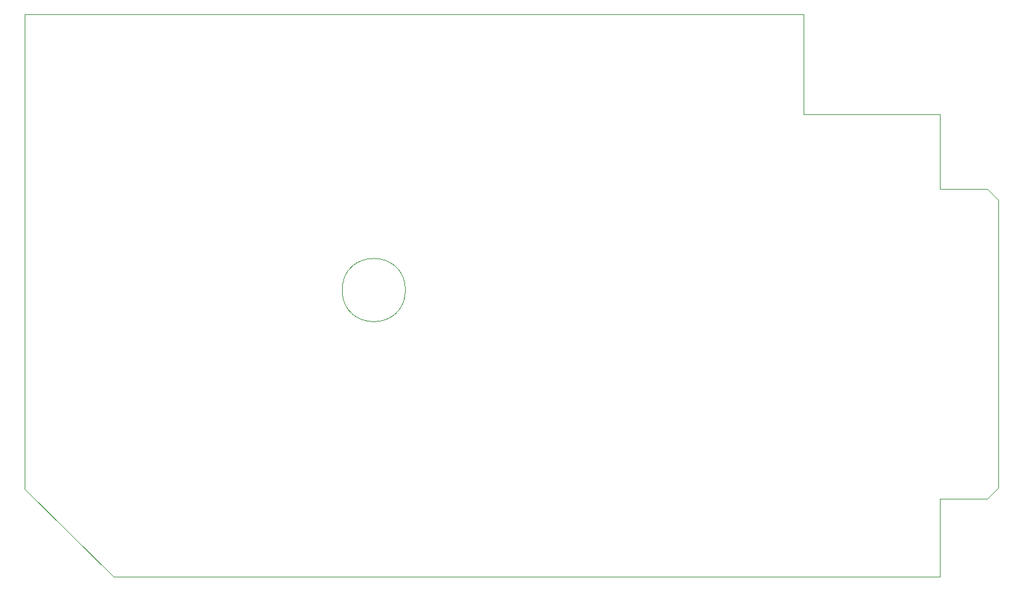
<source format=gm1>
G04 #@! TF.GenerationSoftware,KiCad,Pcbnew,(6.0.0)*
G04 #@! TF.CreationDate,2022-11-09T00:48:37-05:00*
G04 #@! TF.ProjectId,Sorcerer Rom Pack,536f7263-6572-4657-9220-526f6d205061,rev?*
G04 #@! TF.SameCoordinates,Original*
G04 #@! TF.FileFunction,Profile,NP*
%FSLAX46Y46*%
G04 Gerber Fmt 4.6, Leading zero omitted, Abs format (unit mm)*
G04 Created by KiCad (PCBNEW (6.0.0)) date 2022-11-09 00:48:37*
%MOMM*%
%LPD*%
G01*
G04 APERTURE LIST*
G04 #@! TA.AperFunction,Profile*
%ADD10C,0.100000*%
G04 #@! TD*
G04 #@! TA.AperFunction,Profile*
%ADD11C,0.120000*%
G04 #@! TD*
G04 APERTURE END LIST*
D10*
X189185000Y-93234300D02*
X189185000Y-83514300D01*
X119465000Y-106449300D02*
G75*
G03*
X119465000Y-106449300I-4125000J0D01*
G01*
X189185000Y-83514300D02*
X171405000Y-83514300D01*
X171405000Y-83514300D02*
X171405000Y-70484300D01*
X189185000Y-133645700D02*
X189185000Y-143795700D01*
X69815000Y-70484300D02*
X69815000Y-132364300D01*
X81415000Y-143795700D02*
X69815000Y-132364300D01*
X189185000Y-143795700D02*
X81415000Y-143795700D01*
X171405000Y-70484300D02*
X69815000Y-70484300D01*
D11*
X196785000Y-94684300D02*
X196785000Y-132195700D01*
X195335000Y-133645700D02*
X196785000Y-132195700D01*
X195335000Y-93234300D02*
X196785000Y-94684300D01*
X195335000Y-93234300D02*
X189185000Y-93234300D01*
X195335000Y-133645700D02*
X189185000Y-133645700D01*
M02*

</source>
